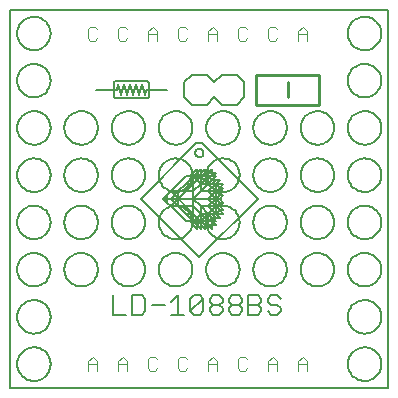
<source format=gto>
G75*
G70*
%OFA0B0*%
%FSLAX24Y24*%
%IPPOS*%
%LPD*%
%AMOC8*
5,1,8,0,0,1.08239X$1,22.5*
%
%ADD10C,0.0050*%
%ADD11C,0.0060*%
%ADD12C,0.0040*%
%ADD13C,0.0100*%
%ADD14C,0.0080*%
D10*
X000156Y000156D02*
X012755Y000156D01*
X012755Y012755D01*
X000156Y012755D01*
X000156Y000156D01*
X000387Y000944D02*
X000389Y000991D01*
X000395Y001037D01*
X000404Y001083D01*
X000418Y001127D01*
X000435Y001171D01*
X000456Y001212D01*
X000480Y001252D01*
X000507Y001290D01*
X000538Y001325D01*
X000571Y001358D01*
X000607Y001388D01*
X000646Y001414D01*
X000686Y001438D01*
X000728Y001457D01*
X000772Y001474D01*
X000817Y001486D01*
X000863Y001495D01*
X000909Y001500D01*
X000956Y001501D01*
X001002Y001498D01*
X001048Y001491D01*
X001094Y001480D01*
X001138Y001466D01*
X001181Y001448D01*
X001222Y001426D01*
X001262Y001401D01*
X001299Y001373D01*
X001334Y001342D01*
X001366Y001308D01*
X001395Y001271D01*
X001420Y001233D01*
X001443Y001192D01*
X001462Y001149D01*
X001477Y001105D01*
X001489Y001060D01*
X001497Y001014D01*
X001501Y000967D01*
X001501Y000921D01*
X001497Y000874D01*
X001489Y000828D01*
X001477Y000783D01*
X001462Y000739D01*
X001443Y000696D01*
X001420Y000655D01*
X001395Y000617D01*
X001366Y000580D01*
X001334Y000546D01*
X001299Y000515D01*
X001262Y000487D01*
X001223Y000462D01*
X001181Y000440D01*
X001138Y000422D01*
X001094Y000408D01*
X001048Y000397D01*
X001002Y000390D01*
X000956Y000387D01*
X000909Y000388D01*
X000863Y000393D01*
X000817Y000402D01*
X000772Y000414D01*
X000728Y000431D01*
X000686Y000450D01*
X000646Y000474D01*
X000607Y000500D01*
X000571Y000530D01*
X000538Y000563D01*
X000507Y000598D01*
X000480Y000636D01*
X000456Y000676D01*
X000435Y000717D01*
X000418Y000761D01*
X000404Y000805D01*
X000395Y000851D01*
X000389Y000897D01*
X000387Y000944D01*
X000387Y002519D02*
X000389Y002566D01*
X000395Y002612D01*
X000404Y002658D01*
X000418Y002702D01*
X000435Y002746D01*
X000456Y002787D01*
X000480Y002827D01*
X000507Y002865D01*
X000538Y002900D01*
X000571Y002933D01*
X000607Y002963D01*
X000646Y002989D01*
X000686Y003013D01*
X000728Y003032D01*
X000772Y003049D01*
X000817Y003061D01*
X000863Y003070D01*
X000909Y003075D01*
X000956Y003076D01*
X001002Y003073D01*
X001048Y003066D01*
X001094Y003055D01*
X001138Y003041D01*
X001181Y003023D01*
X001222Y003001D01*
X001262Y002976D01*
X001299Y002948D01*
X001334Y002917D01*
X001366Y002883D01*
X001395Y002846D01*
X001420Y002808D01*
X001443Y002767D01*
X001462Y002724D01*
X001477Y002680D01*
X001489Y002635D01*
X001497Y002589D01*
X001501Y002542D01*
X001501Y002496D01*
X001497Y002449D01*
X001489Y002403D01*
X001477Y002358D01*
X001462Y002314D01*
X001443Y002271D01*
X001420Y002230D01*
X001395Y002192D01*
X001366Y002155D01*
X001334Y002121D01*
X001299Y002090D01*
X001262Y002062D01*
X001223Y002037D01*
X001181Y002015D01*
X001138Y001997D01*
X001094Y001983D01*
X001048Y001972D01*
X001002Y001965D01*
X000956Y001962D01*
X000909Y001963D01*
X000863Y001968D01*
X000817Y001977D01*
X000772Y001989D01*
X000728Y002006D01*
X000686Y002025D01*
X000646Y002049D01*
X000607Y002075D01*
X000571Y002105D01*
X000538Y002138D01*
X000507Y002173D01*
X000480Y002211D01*
X000456Y002251D01*
X000435Y002292D01*
X000418Y002336D01*
X000404Y002380D01*
X000395Y002426D01*
X000389Y002472D01*
X000387Y002519D01*
X000387Y004093D02*
X000389Y004140D01*
X000395Y004186D01*
X000404Y004232D01*
X000418Y004276D01*
X000435Y004320D01*
X000456Y004361D01*
X000480Y004401D01*
X000507Y004439D01*
X000538Y004474D01*
X000571Y004507D01*
X000607Y004537D01*
X000646Y004563D01*
X000686Y004587D01*
X000728Y004606D01*
X000772Y004623D01*
X000817Y004635D01*
X000863Y004644D01*
X000909Y004649D01*
X000956Y004650D01*
X001002Y004647D01*
X001048Y004640D01*
X001094Y004629D01*
X001138Y004615D01*
X001181Y004597D01*
X001222Y004575D01*
X001262Y004550D01*
X001299Y004522D01*
X001334Y004491D01*
X001366Y004457D01*
X001395Y004420D01*
X001420Y004382D01*
X001443Y004341D01*
X001462Y004298D01*
X001477Y004254D01*
X001489Y004209D01*
X001497Y004163D01*
X001501Y004116D01*
X001501Y004070D01*
X001497Y004023D01*
X001489Y003977D01*
X001477Y003932D01*
X001462Y003888D01*
X001443Y003845D01*
X001420Y003804D01*
X001395Y003766D01*
X001366Y003729D01*
X001334Y003695D01*
X001299Y003664D01*
X001262Y003636D01*
X001223Y003611D01*
X001181Y003589D01*
X001138Y003571D01*
X001094Y003557D01*
X001048Y003546D01*
X001002Y003539D01*
X000956Y003536D01*
X000909Y003537D01*
X000863Y003542D01*
X000817Y003551D01*
X000772Y003563D01*
X000728Y003580D01*
X000686Y003599D01*
X000646Y003623D01*
X000607Y003649D01*
X000571Y003679D01*
X000538Y003712D01*
X000507Y003747D01*
X000480Y003785D01*
X000456Y003825D01*
X000435Y003866D01*
X000418Y003910D01*
X000404Y003954D01*
X000395Y004000D01*
X000389Y004046D01*
X000387Y004093D01*
X000387Y005668D02*
X000389Y005715D01*
X000395Y005761D01*
X000404Y005807D01*
X000418Y005851D01*
X000435Y005895D01*
X000456Y005936D01*
X000480Y005976D01*
X000507Y006014D01*
X000538Y006049D01*
X000571Y006082D01*
X000607Y006112D01*
X000646Y006138D01*
X000686Y006162D01*
X000728Y006181D01*
X000772Y006198D01*
X000817Y006210D01*
X000863Y006219D01*
X000909Y006224D01*
X000956Y006225D01*
X001002Y006222D01*
X001048Y006215D01*
X001094Y006204D01*
X001138Y006190D01*
X001181Y006172D01*
X001222Y006150D01*
X001262Y006125D01*
X001299Y006097D01*
X001334Y006066D01*
X001366Y006032D01*
X001395Y005995D01*
X001420Y005957D01*
X001443Y005916D01*
X001462Y005873D01*
X001477Y005829D01*
X001489Y005784D01*
X001497Y005738D01*
X001501Y005691D01*
X001501Y005645D01*
X001497Y005598D01*
X001489Y005552D01*
X001477Y005507D01*
X001462Y005463D01*
X001443Y005420D01*
X001420Y005379D01*
X001395Y005341D01*
X001366Y005304D01*
X001334Y005270D01*
X001299Y005239D01*
X001262Y005211D01*
X001223Y005186D01*
X001181Y005164D01*
X001138Y005146D01*
X001094Y005132D01*
X001048Y005121D01*
X001002Y005114D01*
X000956Y005111D01*
X000909Y005112D01*
X000863Y005117D01*
X000817Y005126D01*
X000772Y005138D01*
X000728Y005155D01*
X000686Y005174D01*
X000646Y005198D01*
X000607Y005224D01*
X000571Y005254D01*
X000538Y005287D01*
X000507Y005322D01*
X000480Y005360D01*
X000456Y005400D01*
X000435Y005441D01*
X000418Y005485D01*
X000404Y005529D01*
X000395Y005575D01*
X000389Y005621D01*
X000387Y005668D01*
X000387Y007243D02*
X000389Y007290D01*
X000395Y007336D01*
X000404Y007382D01*
X000418Y007426D01*
X000435Y007470D01*
X000456Y007511D01*
X000480Y007551D01*
X000507Y007589D01*
X000538Y007624D01*
X000571Y007657D01*
X000607Y007687D01*
X000646Y007713D01*
X000686Y007737D01*
X000728Y007756D01*
X000772Y007773D01*
X000817Y007785D01*
X000863Y007794D01*
X000909Y007799D01*
X000956Y007800D01*
X001002Y007797D01*
X001048Y007790D01*
X001094Y007779D01*
X001138Y007765D01*
X001181Y007747D01*
X001222Y007725D01*
X001262Y007700D01*
X001299Y007672D01*
X001334Y007641D01*
X001366Y007607D01*
X001395Y007570D01*
X001420Y007532D01*
X001443Y007491D01*
X001462Y007448D01*
X001477Y007404D01*
X001489Y007359D01*
X001497Y007313D01*
X001501Y007266D01*
X001501Y007220D01*
X001497Y007173D01*
X001489Y007127D01*
X001477Y007082D01*
X001462Y007038D01*
X001443Y006995D01*
X001420Y006954D01*
X001395Y006916D01*
X001366Y006879D01*
X001334Y006845D01*
X001299Y006814D01*
X001262Y006786D01*
X001223Y006761D01*
X001181Y006739D01*
X001138Y006721D01*
X001094Y006707D01*
X001048Y006696D01*
X001002Y006689D01*
X000956Y006686D01*
X000909Y006687D01*
X000863Y006692D01*
X000817Y006701D01*
X000772Y006713D01*
X000728Y006730D01*
X000686Y006749D01*
X000646Y006773D01*
X000607Y006799D01*
X000571Y006829D01*
X000538Y006862D01*
X000507Y006897D01*
X000480Y006935D01*
X000456Y006975D01*
X000435Y007016D01*
X000418Y007060D01*
X000404Y007104D01*
X000395Y007150D01*
X000389Y007196D01*
X000387Y007243D01*
X000387Y008818D02*
X000389Y008865D01*
X000395Y008911D01*
X000404Y008957D01*
X000418Y009001D01*
X000435Y009045D01*
X000456Y009086D01*
X000480Y009126D01*
X000507Y009164D01*
X000538Y009199D01*
X000571Y009232D01*
X000607Y009262D01*
X000646Y009288D01*
X000686Y009312D01*
X000728Y009331D01*
X000772Y009348D01*
X000817Y009360D01*
X000863Y009369D01*
X000909Y009374D01*
X000956Y009375D01*
X001002Y009372D01*
X001048Y009365D01*
X001094Y009354D01*
X001138Y009340D01*
X001181Y009322D01*
X001222Y009300D01*
X001262Y009275D01*
X001299Y009247D01*
X001334Y009216D01*
X001366Y009182D01*
X001395Y009145D01*
X001420Y009107D01*
X001443Y009066D01*
X001462Y009023D01*
X001477Y008979D01*
X001489Y008934D01*
X001497Y008888D01*
X001501Y008841D01*
X001501Y008795D01*
X001497Y008748D01*
X001489Y008702D01*
X001477Y008657D01*
X001462Y008613D01*
X001443Y008570D01*
X001420Y008529D01*
X001395Y008491D01*
X001366Y008454D01*
X001334Y008420D01*
X001299Y008389D01*
X001262Y008361D01*
X001223Y008336D01*
X001181Y008314D01*
X001138Y008296D01*
X001094Y008282D01*
X001048Y008271D01*
X001002Y008264D01*
X000956Y008261D01*
X000909Y008262D01*
X000863Y008267D01*
X000817Y008276D01*
X000772Y008288D01*
X000728Y008305D01*
X000686Y008324D01*
X000646Y008348D01*
X000607Y008374D01*
X000571Y008404D01*
X000538Y008437D01*
X000507Y008472D01*
X000480Y008510D01*
X000456Y008550D01*
X000435Y008591D01*
X000418Y008635D01*
X000404Y008679D01*
X000395Y008725D01*
X000389Y008771D01*
X000387Y008818D01*
X000387Y010393D02*
X000389Y010440D01*
X000395Y010486D01*
X000404Y010532D01*
X000418Y010576D01*
X000435Y010620D01*
X000456Y010661D01*
X000480Y010701D01*
X000507Y010739D01*
X000538Y010774D01*
X000571Y010807D01*
X000607Y010837D01*
X000646Y010863D01*
X000686Y010887D01*
X000728Y010906D01*
X000772Y010923D01*
X000817Y010935D01*
X000863Y010944D01*
X000909Y010949D01*
X000956Y010950D01*
X001002Y010947D01*
X001048Y010940D01*
X001094Y010929D01*
X001138Y010915D01*
X001181Y010897D01*
X001222Y010875D01*
X001262Y010850D01*
X001299Y010822D01*
X001334Y010791D01*
X001366Y010757D01*
X001395Y010720D01*
X001420Y010682D01*
X001443Y010641D01*
X001462Y010598D01*
X001477Y010554D01*
X001489Y010509D01*
X001497Y010463D01*
X001501Y010416D01*
X001501Y010370D01*
X001497Y010323D01*
X001489Y010277D01*
X001477Y010232D01*
X001462Y010188D01*
X001443Y010145D01*
X001420Y010104D01*
X001395Y010066D01*
X001366Y010029D01*
X001334Y009995D01*
X001299Y009964D01*
X001262Y009936D01*
X001223Y009911D01*
X001181Y009889D01*
X001138Y009871D01*
X001094Y009857D01*
X001048Y009846D01*
X001002Y009839D01*
X000956Y009836D01*
X000909Y009837D01*
X000863Y009842D01*
X000817Y009851D01*
X000772Y009863D01*
X000728Y009880D01*
X000686Y009899D01*
X000646Y009923D01*
X000607Y009949D01*
X000571Y009979D01*
X000538Y010012D01*
X000507Y010047D01*
X000480Y010085D01*
X000456Y010125D01*
X000435Y010166D01*
X000418Y010210D01*
X000404Y010254D01*
X000395Y010300D01*
X000389Y010346D01*
X000387Y010393D01*
X000387Y011967D02*
X000389Y012014D01*
X000395Y012060D01*
X000404Y012106D01*
X000418Y012150D01*
X000435Y012194D01*
X000456Y012235D01*
X000480Y012275D01*
X000507Y012313D01*
X000538Y012348D01*
X000571Y012381D01*
X000607Y012411D01*
X000646Y012437D01*
X000686Y012461D01*
X000728Y012480D01*
X000772Y012497D01*
X000817Y012509D01*
X000863Y012518D01*
X000909Y012523D01*
X000956Y012524D01*
X001002Y012521D01*
X001048Y012514D01*
X001094Y012503D01*
X001138Y012489D01*
X001181Y012471D01*
X001222Y012449D01*
X001262Y012424D01*
X001299Y012396D01*
X001334Y012365D01*
X001366Y012331D01*
X001395Y012294D01*
X001420Y012256D01*
X001443Y012215D01*
X001462Y012172D01*
X001477Y012128D01*
X001489Y012083D01*
X001497Y012037D01*
X001501Y011990D01*
X001501Y011944D01*
X001497Y011897D01*
X001489Y011851D01*
X001477Y011806D01*
X001462Y011762D01*
X001443Y011719D01*
X001420Y011678D01*
X001395Y011640D01*
X001366Y011603D01*
X001334Y011569D01*
X001299Y011538D01*
X001262Y011510D01*
X001223Y011485D01*
X001181Y011463D01*
X001138Y011445D01*
X001094Y011431D01*
X001048Y011420D01*
X001002Y011413D01*
X000956Y011410D01*
X000909Y011411D01*
X000863Y011416D01*
X000817Y011425D01*
X000772Y011437D01*
X000728Y011454D01*
X000686Y011473D01*
X000646Y011497D01*
X000607Y011523D01*
X000571Y011553D01*
X000538Y011586D01*
X000507Y011621D01*
X000480Y011659D01*
X000456Y011699D01*
X000435Y011740D01*
X000418Y011784D01*
X000404Y011828D01*
X000395Y011874D01*
X000389Y011920D01*
X000387Y011967D01*
X003003Y010097D02*
X003700Y010097D01*
X003749Y010294D01*
X003847Y009900D01*
X003946Y010294D01*
X004044Y009900D01*
X004143Y010294D01*
X004241Y009900D01*
X004339Y010294D01*
X004438Y009900D01*
X004536Y010294D01*
X004635Y009900D01*
X004684Y010097D01*
X005381Y010097D01*
X004782Y009902D02*
X004782Y010293D01*
X004780Y010310D01*
X004776Y010327D01*
X004769Y010343D01*
X004759Y010357D01*
X004746Y010370D01*
X004732Y010380D01*
X004716Y010387D01*
X004699Y010391D01*
X004682Y010393D01*
X003701Y010393D01*
X003684Y010391D01*
X003667Y010387D01*
X003651Y010380D01*
X003637Y010370D01*
X003624Y010357D01*
X003614Y010343D01*
X003607Y010327D01*
X003603Y010310D01*
X003601Y010293D01*
X003601Y009902D01*
X003603Y009885D01*
X003607Y009868D01*
X003614Y009852D01*
X003624Y009838D01*
X003637Y009825D01*
X003651Y009815D01*
X003667Y009808D01*
X003684Y009804D01*
X003701Y009802D01*
X004682Y009802D01*
X004699Y009804D01*
X004716Y009808D01*
X004732Y009815D01*
X004746Y009825D01*
X004759Y009838D01*
X004769Y009852D01*
X004776Y009868D01*
X004780Y009885D01*
X004782Y009902D01*
X003536Y008818D02*
X003538Y008865D01*
X003544Y008911D01*
X003553Y008957D01*
X003567Y009001D01*
X003584Y009045D01*
X003605Y009086D01*
X003629Y009126D01*
X003656Y009164D01*
X003687Y009199D01*
X003720Y009232D01*
X003756Y009262D01*
X003795Y009288D01*
X003835Y009312D01*
X003877Y009331D01*
X003921Y009348D01*
X003966Y009360D01*
X004012Y009369D01*
X004058Y009374D01*
X004105Y009375D01*
X004151Y009372D01*
X004197Y009365D01*
X004243Y009354D01*
X004287Y009340D01*
X004330Y009322D01*
X004371Y009300D01*
X004411Y009275D01*
X004448Y009247D01*
X004483Y009216D01*
X004515Y009182D01*
X004544Y009145D01*
X004569Y009107D01*
X004592Y009066D01*
X004611Y009023D01*
X004626Y008979D01*
X004638Y008934D01*
X004646Y008888D01*
X004650Y008841D01*
X004650Y008795D01*
X004646Y008748D01*
X004638Y008702D01*
X004626Y008657D01*
X004611Y008613D01*
X004592Y008570D01*
X004569Y008529D01*
X004544Y008491D01*
X004515Y008454D01*
X004483Y008420D01*
X004448Y008389D01*
X004411Y008361D01*
X004372Y008336D01*
X004330Y008314D01*
X004287Y008296D01*
X004243Y008282D01*
X004197Y008271D01*
X004151Y008264D01*
X004105Y008261D01*
X004058Y008262D01*
X004012Y008267D01*
X003966Y008276D01*
X003921Y008288D01*
X003877Y008305D01*
X003835Y008324D01*
X003795Y008348D01*
X003756Y008374D01*
X003720Y008404D01*
X003687Y008437D01*
X003656Y008472D01*
X003629Y008510D01*
X003605Y008550D01*
X003584Y008591D01*
X003567Y008635D01*
X003553Y008679D01*
X003544Y008725D01*
X003538Y008771D01*
X003536Y008818D01*
X001962Y008818D02*
X001964Y008865D01*
X001970Y008911D01*
X001979Y008957D01*
X001993Y009001D01*
X002010Y009045D01*
X002031Y009086D01*
X002055Y009126D01*
X002082Y009164D01*
X002113Y009199D01*
X002146Y009232D01*
X002182Y009262D01*
X002221Y009288D01*
X002261Y009312D01*
X002303Y009331D01*
X002347Y009348D01*
X002392Y009360D01*
X002438Y009369D01*
X002484Y009374D01*
X002531Y009375D01*
X002577Y009372D01*
X002623Y009365D01*
X002669Y009354D01*
X002713Y009340D01*
X002756Y009322D01*
X002797Y009300D01*
X002837Y009275D01*
X002874Y009247D01*
X002909Y009216D01*
X002941Y009182D01*
X002970Y009145D01*
X002995Y009107D01*
X003018Y009066D01*
X003037Y009023D01*
X003052Y008979D01*
X003064Y008934D01*
X003072Y008888D01*
X003076Y008841D01*
X003076Y008795D01*
X003072Y008748D01*
X003064Y008702D01*
X003052Y008657D01*
X003037Y008613D01*
X003018Y008570D01*
X002995Y008529D01*
X002970Y008491D01*
X002941Y008454D01*
X002909Y008420D01*
X002874Y008389D01*
X002837Y008361D01*
X002798Y008336D01*
X002756Y008314D01*
X002713Y008296D01*
X002669Y008282D01*
X002623Y008271D01*
X002577Y008264D01*
X002531Y008261D01*
X002484Y008262D01*
X002438Y008267D01*
X002392Y008276D01*
X002347Y008288D01*
X002303Y008305D01*
X002261Y008324D01*
X002221Y008348D01*
X002182Y008374D01*
X002146Y008404D01*
X002113Y008437D01*
X002082Y008472D01*
X002055Y008510D01*
X002031Y008550D01*
X002010Y008591D01*
X001993Y008635D01*
X001979Y008679D01*
X001970Y008725D01*
X001964Y008771D01*
X001962Y008818D01*
X001962Y007243D02*
X001964Y007290D01*
X001970Y007336D01*
X001979Y007382D01*
X001993Y007426D01*
X002010Y007470D01*
X002031Y007511D01*
X002055Y007551D01*
X002082Y007589D01*
X002113Y007624D01*
X002146Y007657D01*
X002182Y007687D01*
X002221Y007713D01*
X002261Y007737D01*
X002303Y007756D01*
X002347Y007773D01*
X002392Y007785D01*
X002438Y007794D01*
X002484Y007799D01*
X002531Y007800D01*
X002577Y007797D01*
X002623Y007790D01*
X002669Y007779D01*
X002713Y007765D01*
X002756Y007747D01*
X002797Y007725D01*
X002837Y007700D01*
X002874Y007672D01*
X002909Y007641D01*
X002941Y007607D01*
X002970Y007570D01*
X002995Y007532D01*
X003018Y007491D01*
X003037Y007448D01*
X003052Y007404D01*
X003064Y007359D01*
X003072Y007313D01*
X003076Y007266D01*
X003076Y007220D01*
X003072Y007173D01*
X003064Y007127D01*
X003052Y007082D01*
X003037Y007038D01*
X003018Y006995D01*
X002995Y006954D01*
X002970Y006916D01*
X002941Y006879D01*
X002909Y006845D01*
X002874Y006814D01*
X002837Y006786D01*
X002798Y006761D01*
X002756Y006739D01*
X002713Y006721D01*
X002669Y006707D01*
X002623Y006696D01*
X002577Y006689D01*
X002531Y006686D01*
X002484Y006687D01*
X002438Y006692D01*
X002392Y006701D01*
X002347Y006713D01*
X002303Y006730D01*
X002261Y006749D01*
X002221Y006773D01*
X002182Y006799D01*
X002146Y006829D01*
X002113Y006862D01*
X002082Y006897D01*
X002055Y006935D01*
X002031Y006975D01*
X002010Y007016D01*
X001993Y007060D01*
X001979Y007104D01*
X001970Y007150D01*
X001964Y007196D01*
X001962Y007243D01*
X001962Y005668D02*
X001964Y005715D01*
X001970Y005761D01*
X001979Y005807D01*
X001993Y005851D01*
X002010Y005895D01*
X002031Y005936D01*
X002055Y005976D01*
X002082Y006014D01*
X002113Y006049D01*
X002146Y006082D01*
X002182Y006112D01*
X002221Y006138D01*
X002261Y006162D01*
X002303Y006181D01*
X002347Y006198D01*
X002392Y006210D01*
X002438Y006219D01*
X002484Y006224D01*
X002531Y006225D01*
X002577Y006222D01*
X002623Y006215D01*
X002669Y006204D01*
X002713Y006190D01*
X002756Y006172D01*
X002797Y006150D01*
X002837Y006125D01*
X002874Y006097D01*
X002909Y006066D01*
X002941Y006032D01*
X002970Y005995D01*
X002995Y005957D01*
X003018Y005916D01*
X003037Y005873D01*
X003052Y005829D01*
X003064Y005784D01*
X003072Y005738D01*
X003076Y005691D01*
X003076Y005645D01*
X003072Y005598D01*
X003064Y005552D01*
X003052Y005507D01*
X003037Y005463D01*
X003018Y005420D01*
X002995Y005379D01*
X002970Y005341D01*
X002941Y005304D01*
X002909Y005270D01*
X002874Y005239D01*
X002837Y005211D01*
X002798Y005186D01*
X002756Y005164D01*
X002713Y005146D01*
X002669Y005132D01*
X002623Y005121D01*
X002577Y005114D01*
X002531Y005111D01*
X002484Y005112D01*
X002438Y005117D01*
X002392Y005126D01*
X002347Y005138D01*
X002303Y005155D01*
X002261Y005174D01*
X002221Y005198D01*
X002182Y005224D01*
X002146Y005254D01*
X002113Y005287D01*
X002082Y005322D01*
X002055Y005360D01*
X002031Y005400D01*
X002010Y005441D01*
X001993Y005485D01*
X001979Y005529D01*
X001970Y005575D01*
X001964Y005621D01*
X001962Y005668D01*
X001962Y004093D02*
X001964Y004140D01*
X001970Y004186D01*
X001979Y004232D01*
X001993Y004276D01*
X002010Y004320D01*
X002031Y004361D01*
X002055Y004401D01*
X002082Y004439D01*
X002113Y004474D01*
X002146Y004507D01*
X002182Y004537D01*
X002221Y004563D01*
X002261Y004587D01*
X002303Y004606D01*
X002347Y004623D01*
X002392Y004635D01*
X002438Y004644D01*
X002484Y004649D01*
X002531Y004650D01*
X002577Y004647D01*
X002623Y004640D01*
X002669Y004629D01*
X002713Y004615D01*
X002756Y004597D01*
X002797Y004575D01*
X002837Y004550D01*
X002874Y004522D01*
X002909Y004491D01*
X002941Y004457D01*
X002970Y004420D01*
X002995Y004382D01*
X003018Y004341D01*
X003037Y004298D01*
X003052Y004254D01*
X003064Y004209D01*
X003072Y004163D01*
X003076Y004116D01*
X003076Y004070D01*
X003072Y004023D01*
X003064Y003977D01*
X003052Y003932D01*
X003037Y003888D01*
X003018Y003845D01*
X002995Y003804D01*
X002970Y003766D01*
X002941Y003729D01*
X002909Y003695D01*
X002874Y003664D01*
X002837Y003636D01*
X002798Y003611D01*
X002756Y003589D01*
X002713Y003571D01*
X002669Y003557D01*
X002623Y003546D01*
X002577Y003539D01*
X002531Y003536D01*
X002484Y003537D01*
X002438Y003542D01*
X002392Y003551D01*
X002347Y003563D01*
X002303Y003580D01*
X002261Y003599D01*
X002221Y003623D01*
X002182Y003649D01*
X002146Y003679D01*
X002113Y003712D01*
X002082Y003747D01*
X002055Y003785D01*
X002031Y003825D01*
X002010Y003866D01*
X001993Y003910D01*
X001979Y003954D01*
X001970Y004000D01*
X001964Y004046D01*
X001962Y004093D01*
X003536Y004093D02*
X003538Y004140D01*
X003544Y004186D01*
X003553Y004232D01*
X003567Y004276D01*
X003584Y004320D01*
X003605Y004361D01*
X003629Y004401D01*
X003656Y004439D01*
X003687Y004474D01*
X003720Y004507D01*
X003756Y004537D01*
X003795Y004563D01*
X003835Y004587D01*
X003877Y004606D01*
X003921Y004623D01*
X003966Y004635D01*
X004012Y004644D01*
X004058Y004649D01*
X004105Y004650D01*
X004151Y004647D01*
X004197Y004640D01*
X004243Y004629D01*
X004287Y004615D01*
X004330Y004597D01*
X004371Y004575D01*
X004411Y004550D01*
X004448Y004522D01*
X004483Y004491D01*
X004515Y004457D01*
X004544Y004420D01*
X004569Y004382D01*
X004592Y004341D01*
X004611Y004298D01*
X004626Y004254D01*
X004638Y004209D01*
X004646Y004163D01*
X004650Y004116D01*
X004650Y004070D01*
X004646Y004023D01*
X004638Y003977D01*
X004626Y003932D01*
X004611Y003888D01*
X004592Y003845D01*
X004569Y003804D01*
X004544Y003766D01*
X004515Y003729D01*
X004483Y003695D01*
X004448Y003664D01*
X004411Y003636D01*
X004372Y003611D01*
X004330Y003589D01*
X004287Y003571D01*
X004243Y003557D01*
X004197Y003546D01*
X004151Y003539D01*
X004105Y003536D01*
X004058Y003537D01*
X004012Y003542D01*
X003966Y003551D01*
X003921Y003563D01*
X003877Y003580D01*
X003835Y003599D01*
X003795Y003623D01*
X003756Y003649D01*
X003720Y003679D01*
X003687Y003712D01*
X003656Y003747D01*
X003629Y003785D01*
X003605Y003825D01*
X003584Y003866D01*
X003567Y003910D01*
X003553Y003954D01*
X003544Y004000D01*
X003538Y004046D01*
X003536Y004093D01*
X003536Y005668D02*
X003538Y005715D01*
X003544Y005761D01*
X003553Y005807D01*
X003567Y005851D01*
X003584Y005895D01*
X003605Y005936D01*
X003629Y005976D01*
X003656Y006014D01*
X003687Y006049D01*
X003720Y006082D01*
X003756Y006112D01*
X003795Y006138D01*
X003835Y006162D01*
X003877Y006181D01*
X003921Y006198D01*
X003966Y006210D01*
X004012Y006219D01*
X004058Y006224D01*
X004105Y006225D01*
X004151Y006222D01*
X004197Y006215D01*
X004243Y006204D01*
X004287Y006190D01*
X004330Y006172D01*
X004371Y006150D01*
X004411Y006125D01*
X004448Y006097D01*
X004483Y006066D01*
X004515Y006032D01*
X004544Y005995D01*
X004569Y005957D01*
X004592Y005916D01*
X004611Y005873D01*
X004626Y005829D01*
X004638Y005784D01*
X004646Y005738D01*
X004650Y005691D01*
X004650Y005645D01*
X004646Y005598D01*
X004638Y005552D01*
X004626Y005507D01*
X004611Y005463D01*
X004592Y005420D01*
X004569Y005379D01*
X004544Y005341D01*
X004515Y005304D01*
X004483Y005270D01*
X004448Y005239D01*
X004411Y005211D01*
X004372Y005186D01*
X004330Y005164D01*
X004287Y005146D01*
X004243Y005132D01*
X004197Y005121D01*
X004151Y005114D01*
X004105Y005111D01*
X004058Y005112D01*
X004012Y005117D01*
X003966Y005126D01*
X003921Y005138D01*
X003877Y005155D01*
X003835Y005174D01*
X003795Y005198D01*
X003756Y005224D01*
X003720Y005254D01*
X003687Y005287D01*
X003656Y005322D01*
X003629Y005360D01*
X003605Y005400D01*
X003584Y005441D01*
X003567Y005485D01*
X003553Y005529D01*
X003544Y005575D01*
X003538Y005621D01*
X003536Y005668D01*
X003536Y007243D02*
X003538Y007290D01*
X003544Y007336D01*
X003553Y007382D01*
X003567Y007426D01*
X003584Y007470D01*
X003605Y007511D01*
X003629Y007551D01*
X003656Y007589D01*
X003687Y007624D01*
X003720Y007657D01*
X003756Y007687D01*
X003795Y007713D01*
X003835Y007737D01*
X003877Y007756D01*
X003921Y007773D01*
X003966Y007785D01*
X004012Y007794D01*
X004058Y007799D01*
X004105Y007800D01*
X004151Y007797D01*
X004197Y007790D01*
X004243Y007779D01*
X004287Y007765D01*
X004330Y007747D01*
X004371Y007725D01*
X004411Y007700D01*
X004448Y007672D01*
X004483Y007641D01*
X004515Y007607D01*
X004544Y007570D01*
X004569Y007532D01*
X004592Y007491D01*
X004611Y007448D01*
X004626Y007404D01*
X004638Y007359D01*
X004646Y007313D01*
X004650Y007266D01*
X004650Y007220D01*
X004646Y007173D01*
X004638Y007127D01*
X004626Y007082D01*
X004611Y007038D01*
X004592Y006995D01*
X004569Y006954D01*
X004544Y006916D01*
X004515Y006879D01*
X004483Y006845D01*
X004448Y006814D01*
X004411Y006786D01*
X004372Y006761D01*
X004330Y006739D01*
X004287Y006721D01*
X004243Y006707D01*
X004197Y006696D01*
X004151Y006689D01*
X004105Y006686D01*
X004058Y006687D01*
X004012Y006692D01*
X003966Y006701D01*
X003921Y006713D01*
X003877Y006730D01*
X003835Y006749D01*
X003795Y006773D01*
X003756Y006799D01*
X003720Y006829D01*
X003687Y006862D01*
X003656Y006897D01*
X003629Y006935D01*
X003605Y006975D01*
X003584Y007016D01*
X003567Y007060D01*
X003553Y007104D01*
X003544Y007150D01*
X003538Y007196D01*
X003536Y007243D01*
X005259Y006456D02*
X005384Y006331D01*
X005384Y006581D01*
X005509Y006706D01*
X005759Y006706D01*
X006259Y006706D01*
X006259Y006956D01*
X006009Y006956D01*
X006259Y007206D01*
X006509Y007206D01*
X006759Y007206D01*
X006884Y007081D01*
X007009Y007081D01*
X007134Y007081D01*
X007009Y006956D01*
X007134Y006831D01*
X007259Y006831D01*
X007134Y006706D01*
X007259Y006706D01*
X007134Y006581D01*
X007009Y006706D01*
X007009Y006206D01*
X006759Y005956D01*
X006384Y005581D01*
X006384Y005831D01*
X006259Y005956D01*
X006009Y005956D01*
X006259Y005706D01*
X006509Y005706D01*
X006759Y005706D01*
X006634Y005581D01*
X006634Y005456D01*
X006509Y005581D01*
X006509Y005456D01*
X006384Y005581D01*
X006384Y005456D01*
X006134Y005706D01*
X006009Y005706D01*
X005509Y006206D01*
X006259Y006206D01*
X006259Y005956D01*
X005509Y006706D01*
X006009Y007206D01*
X006134Y007206D01*
X006384Y007456D01*
X006384Y007331D01*
X006759Y006956D01*
X007009Y006706D01*
X007009Y006956D01*
X006759Y006706D01*
X007009Y006456D01*
X006759Y006206D01*
X007009Y005956D01*
X007134Y005831D01*
X007009Y005831D01*
X006884Y005831D01*
X006759Y005706D01*
X006759Y005956D01*
X006509Y005956D01*
X006259Y006206D01*
X006259Y006456D01*
X006259Y006706D01*
X006509Y006956D01*
X006759Y006956D01*
X006759Y007206D01*
X006634Y007331D01*
X006634Y007456D01*
X006509Y007331D01*
X006509Y007456D01*
X006384Y007331D01*
X006384Y007081D01*
X006259Y006956D01*
X005509Y006206D01*
X005384Y006331D01*
X005259Y006456D02*
X005509Y006456D01*
X005759Y006706D01*
X005759Y006206D01*
X006009Y005956D01*
X006259Y005956D02*
X006259Y005706D01*
X006134Y005706D01*
X006259Y005706D02*
X006384Y005831D01*
X006509Y005706D01*
X006634Y005581D01*
X006759Y005456D01*
X006759Y005581D01*
X006884Y005456D01*
X006884Y005581D01*
X007009Y005581D01*
X006884Y005706D01*
X006884Y005581D01*
X006759Y005581D01*
X006759Y005706D01*
X006884Y005706D01*
X007009Y005706D01*
X006884Y005831D01*
X006759Y005956D01*
X006884Y005956D01*
X007009Y005831D01*
X007009Y005956D02*
X006884Y005956D01*
X007009Y005956D02*
X007134Y006081D01*
X007259Y006081D01*
X007134Y006206D01*
X007009Y006206D01*
X007009Y005956D01*
X007259Y005956D01*
X007134Y006081D01*
X007009Y006206D01*
X007134Y006331D01*
X007259Y006331D01*
X007134Y006456D01*
X007009Y006456D01*
X006759Y006456D01*
X007009Y006706D01*
X007134Y006706D01*
X007134Y006831D02*
X007259Y006956D01*
X007009Y006956D01*
X006884Y006956D01*
X007009Y007081D01*
X007009Y007206D02*
X006884Y007206D01*
X007009Y007331D01*
X006884Y007331D01*
X006884Y007456D01*
X006759Y007331D01*
X006884Y007331D01*
X006884Y007206D01*
X006759Y007206D01*
X006759Y007331D01*
X006759Y007456D01*
X006634Y007331D01*
X006509Y007206D01*
X006384Y007081D01*
X006259Y007206D01*
X006259Y006956D01*
X006384Y007081D02*
X006509Y006956D01*
X006759Y007206D01*
X006884Y007081D02*
X007009Y007206D01*
X006884Y007081D02*
X006759Y006956D01*
X006884Y006956D01*
X006759Y006956D02*
X006509Y006706D01*
X006509Y006956D01*
X006509Y007206D01*
X006509Y007331D01*
X006384Y007331D02*
X006259Y007206D01*
X006134Y007206D01*
X006009Y006956D02*
X005759Y006706D01*
X005509Y006456D02*
X005759Y006206D01*
X005509Y006456D02*
X006259Y006456D01*
X006509Y006706D01*
X006759Y006706D01*
X007009Y006706D01*
X007134Y006831D01*
X007134Y006581D02*
X007009Y006456D01*
X007134Y006331D01*
X007259Y006206D01*
X007134Y006206D01*
X007009Y006206D02*
X006759Y006206D01*
X006509Y006206D01*
X006509Y005956D01*
X006384Y005831D01*
X006509Y005956D02*
X006509Y005706D01*
X006509Y005581D01*
X006384Y005581D02*
X006259Y005706D01*
X006509Y005956D02*
X006759Y005706D01*
X006759Y005956D02*
X006509Y006206D01*
X006259Y006456D01*
X006759Y006456D01*
X007009Y006206D01*
X007134Y006456D02*
X007259Y006581D01*
X007134Y006581D01*
X006686Y007243D02*
X006688Y007290D01*
X006694Y007336D01*
X006703Y007382D01*
X006717Y007426D01*
X006734Y007470D01*
X006755Y007511D01*
X006779Y007551D01*
X006806Y007589D01*
X006837Y007624D01*
X006870Y007657D01*
X006906Y007687D01*
X006945Y007713D01*
X006985Y007737D01*
X007027Y007756D01*
X007071Y007773D01*
X007116Y007785D01*
X007162Y007794D01*
X007208Y007799D01*
X007255Y007800D01*
X007301Y007797D01*
X007347Y007790D01*
X007393Y007779D01*
X007437Y007765D01*
X007480Y007747D01*
X007521Y007725D01*
X007561Y007700D01*
X007598Y007672D01*
X007633Y007641D01*
X007665Y007607D01*
X007694Y007570D01*
X007719Y007532D01*
X007742Y007491D01*
X007761Y007448D01*
X007776Y007404D01*
X007788Y007359D01*
X007796Y007313D01*
X007800Y007266D01*
X007800Y007220D01*
X007796Y007173D01*
X007788Y007127D01*
X007776Y007082D01*
X007761Y007038D01*
X007742Y006995D01*
X007719Y006954D01*
X007694Y006916D01*
X007665Y006879D01*
X007633Y006845D01*
X007598Y006814D01*
X007561Y006786D01*
X007522Y006761D01*
X007480Y006739D01*
X007437Y006721D01*
X007393Y006707D01*
X007347Y006696D01*
X007301Y006689D01*
X007255Y006686D01*
X007208Y006687D01*
X007162Y006692D01*
X007116Y006701D01*
X007071Y006713D01*
X007027Y006730D01*
X006985Y006749D01*
X006945Y006773D01*
X006906Y006799D01*
X006870Y006829D01*
X006837Y006862D01*
X006806Y006897D01*
X006779Y006935D01*
X006755Y006975D01*
X006734Y007016D01*
X006717Y007060D01*
X006703Y007104D01*
X006694Y007150D01*
X006688Y007196D01*
X006686Y007243D01*
X005111Y007243D02*
X005113Y007290D01*
X005119Y007336D01*
X005128Y007382D01*
X005142Y007426D01*
X005159Y007470D01*
X005180Y007511D01*
X005204Y007551D01*
X005231Y007589D01*
X005262Y007624D01*
X005295Y007657D01*
X005331Y007687D01*
X005370Y007713D01*
X005410Y007737D01*
X005452Y007756D01*
X005496Y007773D01*
X005541Y007785D01*
X005587Y007794D01*
X005633Y007799D01*
X005680Y007800D01*
X005726Y007797D01*
X005772Y007790D01*
X005818Y007779D01*
X005862Y007765D01*
X005905Y007747D01*
X005946Y007725D01*
X005986Y007700D01*
X006023Y007672D01*
X006058Y007641D01*
X006090Y007607D01*
X006119Y007570D01*
X006144Y007532D01*
X006167Y007491D01*
X006186Y007448D01*
X006201Y007404D01*
X006213Y007359D01*
X006221Y007313D01*
X006225Y007266D01*
X006225Y007220D01*
X006221Y007173D01*
X006213Y007127D01*
X006201Y007082D01*
X006186Y007038D01*
X006167Y006995D01*
X006144Y006954D01*
X006119Y006916D01*
X006090Y006879D01*
X006058Y006845D01*
X006023Y006814D01*
X005986Y006786D01*
X005947Y006761D01*
X005905Y006739D01*
X005862Y006721D01*
X005818Y006707D01*
X005772Y006696D01*
X005726Y006689D01*
X005680Y006686D01*
X005633Y006687D01*
X005587Y006692D01*
X005541Y006701D01*
X005496Y006713D01*
X005452Y006730D01*
X005410Y006749D01*
X005370Y006773D01*
X005331Y006799D01*
X005295Y006829D01*
X005262Y006862D01*
X005231Y006897D01*
X005204Y006935D01*
X005180Y006975D01*
X005159Y007016D01*
X005142Y007060D01*
X005128Y007104D01*
X005119Y007150D01*
X005113Y007196D01*
X005111Y007243D01*
X005384Y006581D02*
X005259Y006456D01*
X005111Y005668D02*
X005113Y005715D01*
X005119Y005761D01*
X005128Y005807D01*
X005142Y005851D01*
X005159Y005895D01*
X005180Y005936D01*
X005204Y005976D01*
X005231Y006014D01*
X005262Y006049D01*
X005295Y006082D01*
X005331Y006112D01*
X005370Y006138D01*
X005410Y006162D01*
X005452Y006181D01*
X005496Y006198D01*
X005541Y006210D01*
X005587Y006219D01*
X005633Y006224D01*
X005680Y006225D01*
X005726Y006222D01*
X005772Y006215D01*
X005818Y006204D01*
X005862Y006190D01*
X005905Y006172D01*
X005946Y006150D01*
X005986Y006125D01*
X006023Y006097D01*
X006058Y006066D01*
X006090Y006032D01*
X006119Y005995D01*
X006144Y005957D01*
X006167Y005916D01*
X006186Y005873D01*
X006201Y005829D01*
X006213Y005784D01*
X006221Y005738D01*
X006225Y005691D01*
X006225Y005645D01*
X006221Y005598D01*
X006213Y005552D01*
X006201Y005507D01*
X006186Y005463D01*
X006167Y005420D01*
X006144Y005379D01*
X006119Y005341D01*
X006090Y005304D01*
X006058Y005270D01*
X006023Y005239D01*
X005986Y005211D01*
X005947Y005186D01*
X005905Y005164D01*
X005862Y005146D01*
X005818Y005132D01*
X005772Y005121D01*
X005726Y005114D01*
X005680Y005111D01*
X005633Y005112D01*
X005587Y005117D01*
X005541Y005126D01*
X005496Y005138D01*
X005452Y005155D01*
X005410Y005174D01*
X005370Y005198D01*
X005331Y005224D01*
X005295Y005254D01*
X005262Y005287D01*
X005231Y005322D01*
X005204Y005360D01*
X005180Y005400D01*
X005159Y005441D01*
X005142Y005485D01*
X005128Y005529D01*
X005119Y005575D01*
X005113Y005621D01*
X005111Y005668D01*
X005111Y004093D02*
X005113Y004140D01*
X005119Y004186D01*
X005128Y004232D01*
X005142Y004276D01*
X005159Y004320D01*
X005180Y004361D01*
X005204Y004401D01*
X005231Y004439D01*
X005262Y004474D01*
X005295Y004507D01*
X005331Y004537D01*
X005370Y004563D01*
X005410Y004587D01*
X005452Y004606D01*
X005496Y004623D01*
X005541Y004635D01*
X005587Y004644D01*
X005633Y004649D01*
X005680Y004650D01*
X005726Y004647D01*
X005772Y004640D01*
X005818Y004629D01*
X005862Y004615D01*
X005905Y004597D01*
X005946Y004575D01*
X005986Y004550D01*
X006023Y004522D01*
X006058Y004491D01*
X006090Y004457D01*
X006119Y004420D01*
X006144Y004382D01*
X006167Y004341D01*
X006186Y004298D01*
X006201Y004254D01*
X006213Y004209D01*
X006221Y004163D01*
X006225Y004116D01*
X006225Y004070D01*
X006221Y004023D01*
X006213Y003977D01*
X006201Y003932D01*
X006186Y003888D01*
X006167Y003845D01*
X006144Y003804D01*
X006119Y003766D01*
X006090Y003729D01*
X006058Y003695D01*
X006023Y003664D01*
X005986Y003636D01*
X005947Y003611D01*
X005905Y003589D01*
X005862Y003571D01*
X005818Y003557D01*
X005772Y003546D01*
X005726Y003539D01*
X005680Y003536D01*
X005633Y003537D01*
X005587Y003542D01*
X005541Y003551D01*
X005496Y003563D01*
X005452Y003580D01*
X005410Y003599D01*
X005370Y003623D01*
X005331Y003649D01*
X005295Y003679D01*
X005262Y003712D01*
X005231Y003747D01*
X005204Y003785D01*
X005180Y003825D01*
X005159Y003866D01*
X005142Y003910D01*
X005128Y003954D01*
X005119Y004000D01*
X005113Y004046D01*
X005111Y004093D01*
X006686Y004093D02*
X006688Y004140D01*
X006694Y004186D01*
X006703Y004232D01*
X006717Y004276D01*
X006734Y004320D01*
X006755Y004361D01*
X006779Y004401D01*
X006806Y004439D01*
X006837Y004474D01*
X006870Y004507D01*
X006906Y004537D01*
X006945Y004563D01*
X006985Y004587D01*
X007027Y004606D01*
X007071Y004623D01*
X007116Y004635D01*
X007162Y004644D01*
X007208Y004649D01*
X007255Y004650D01*
X007301Y004647D01*
X007347Y004640D01*
X007393Y004629D01*
X007437Y004615D01*
X007480Y004597D01*
X007521Y004575D01*
X007561Y004550D01*
X007598Y004522D01*
X007633Y004491D01*
X007665Y004457D01*
X007694Y004420D01*
X007719Y004382D01*
X007742Y004341D01*
X007761Y004298D01*
X007776Y004254D01*
X007788Y004209D01*
X007796Y004163D01*
X007800Y004116D01*
X007800Y004070D01*
X007796Y004023D01*
X007788Y003977D01*
X007776Y003932D01*
X007761Y003888D01*
X007742Y003845D01*
X007719Y003804D01*
X007694Y003766D01*
X007665Y003729D01*
X007633Y003695D01*
X007598Y003664D01*
X007561Y003636D01*
X007522Y003611D01*
X007480Y003589D01*
X007437Y003571D01*
X007393Y003557D01*
X007347Y003546D01*
X007301Y003539D01*
X007255Y003536D01*
X007208Y003537D01*
X007162Y003542D01*
X007116Y003551D01*
X007071Y003563D01*
X007027Y003580D01*
X006985Y003599D01*
X006945Y003623D01*
X006906Y003649D01*
X006870Y003679D01*
X006837Y003712D01*
X006806Y003747D01*
X006779Y003785D01*
X006755Y003825D01*
X006734Y003866D01*
X006717Y003910D01*
X006703Y003954D01*
X006694Y004000D01*
X006688Y004046D01*
X006686Y004093D01*
X006686Y005668D02*
X006688Y005715D01*
X006694Y005761D01*
X006703Y005807D01*
X006717Y005851D01*
X006734Y005895D01*
X006755Y005936D01*
X006779Y005976D01*
X006806Y006014D01*
X006837Y006049D01*
X006870Y006082D01*
X006906Y006112D01*
X006945Y006138D01*
X006985Y006162D01*
X007027Y006181D01*
X007071Y006198D01*
X007116Y006210D01*
X007162Y006219D01*
X007208Y006224D01*
X007255Y006225D01*
X007301Y006222D01*
X007347Y006215D01*
X007393Y006204D01*
X007437Y006190D01*
X007480Y006172D01*
X007521Y006150D01*
X007561Y006125D01*
X007598Y006097D01*
X007633Y006066D01*
X007665Y006032D01*
X007694Y005995D01*
X007719Y005957D01*
X007742Y005916D01*
X007761Y005873D01*
X007776Y005829D01*
X007788Y005784D01*
X007796Y005738D01*
X007800Y005691D01*
X007800Y005645D01*
X007796Y005598D01*
X007788Y005552D01*
X007776Y005507D01*
X007761Y005463D01*
X007742Y005420D01*
X007719Y005379D01*
X007694Y005341D01*
X007665Y005304D01*
X007633Y005270D01*
X007598Y005239D01*
X007561Y005211D01*
X007522Y005186D01*
X007480Y005164D01*
X007437Y005146D01*
X007393Y005132D01*
X007347Y005121D01*
X007301Y005114D01*
X007255Y005111D01*
X007208Y005112D01*
X007162Y005117D01*
X007116Y005126D01*
X007071Y005138D01*
X007027Y005155D01*
X006985Y005174D01*
X006945Y005198D01*
X006906Y005224D01*
X006870Y005254D01*
X006837Y005287D01*
X006806Y005322D01*
X006779Y005360D01*
X006755Y005400D01*
X006734Y005441D01*
X006717Y005485D01*
X006703Y005529D01*
X006694Y005575D01*
X006688Y005621D01*
X006686Y005668D01*
X008261Y005668D02*
X008263Y005715D01*
X008269Y005761D01*
X008278Y005807D01*
X008292Y005851D01*
X008309Y005895D01*
X008330Y005936D01*
X008354Y005976D01*
X008381Y006014D01*
X008412Y006049D01*
X008445Y006082D01*
X008481Y006112D01*
X008520Y006138D01*
X008560Y006162D01*
X008602Y006181D01*
X008646Y006198D01*
X008691Y006210D01*
X008737Y006219D01*
X008783Y006224D01*
X008830Y006225D01*
X008876Y006222D01*
X008922Y006215D01*
X008968Y006204D01*
X009012Y006190D01*
X009055Y006172D01*
X009096Y006150D01*
X009136Y006125D01*
X009173Y006097D01*
X009208Y006066D01*
X009240Y006032D01*
X009269Y005995D01*
X009294Y005957D01*
X009317Y005916D01*
X009336Y005873D01*
X009351Y005829D01*
X009363Y005784D01*
X009371Y005738D01*
X009375Y005691D01*
X009375Y005645D01*
X009371Y005598D01*
X009363Y005552D01*
X009351Y005507D01*
X009336Y005463D01*
X009317Y005420D01*
X009294Y005379D01*
X009269Y005341D01*
X009240Y005304D01*
X009208Y005270D01*
X009173Y005239D01*
X009136Y005211D01*
X009097Y005186D01*
X009055Y005164D01*
X009012Y005146D01*
X008968Y005132D01*
X008922Y005121D01*
X008876Y005114D01*
X008830Y005111D01*
X008783Y005112D01*
X008737Y005117D01*
X008691Y005126D01*
X008646Y005138D01*
X008602Y005155D01*
X008560Y005174D01*
X008520Y005198D01*
X008481Y005224D01*
X008445Y005254D01*
X008412Y005287D01*
X008381Y005322D01*
X008354Y005360D01*
X008330Y005400D01*
X008309Y005441D01*
X008292Y005485D01*
X008278Y005529D01*
X008269Y005575D01*
X008263Y005621D01*
X008261Y005668D01*
X008261Y004093D02*
X008263Y004140D01*
X008269Y004186D01*
X008278Y004232D01*
X008292Y004276D01*
X008309Y004320D01*
X008330Y004361D01*
X008354Y004401D01*
X008381Y004439D01*
X008412Y004474D01*
X008445Y004507D01*
X008481Y004537D01*
X008520Y004563D01*
X008560Y004587D01*
X008602Y004606D01*
X008646Y004623D01*
X008691Y004635D01*
X008737Y004644D01*
X008783Y004649D01*
X008830Y004650D01*
X008876Y004647D01*
X008922Y004640D01*
X008968Y004629D01*
X009012Y004615D01*
X009055Y004597D01*
X009096Y004575D01*
X009136Y004550D01*
X009173Y004522D01*
X009208Y004491D01*
X009240Y004457D01*
X009269Y004420D01*
X009294Y004382D01*
X009317Y004341D01*
X009336Y004298D01*
X009351Y004254D01*
X009363Y004209D01*
X009371Y004163D01*
X009375Y004116D01*
X009375Y004070D01*
X009371Y004023D01*
X009363Y003977D01*
X009351Y003932D01*
X009336Y003888D01*
X009317Y003845D01*
X009294Y003804D01*
X009269Y003766D01*
X009240Y003729D01*
X009208Y003695D01*
X009173Y003664D01*
X009136Y003636D01*
X009097Y003611D01*
X009055Y003589D01*
X009012Y003571D01*
X008968Y003557D01*
X008922Y003546D01*
X008876Y003539D01*
X008830Y003536D01*
X008783Y003537D01*
X008737Y003542D01*
X008691Y003551D01*
X008646Y003563D01*
X008602Y003580D01*
X008560Y003599D01*
X008520Y003623D01*
X008481Y003649D01*
X008445Y003679D01*
X008412Y003712D01*
X008381Y003747D01*
X008354Y003785D01*
X008330Y003825D01*
X008309Y003866D01*
X008292Y003910D01*
X008278Y003954D01*
X008269Y004000D01*
X008263Y004046D01*
X008261Y004093D01*
X009836Y004093D02*
X009838Y004140D01*
X009844Y004186D01*
X009853Y004232D01*
X009867Y004276D01*
X009884Y004320D01*
X009905Y004361D01*
X009929Y004401D01*
X009956Y004439D01*
X009987Y004474D01*
X010020Y004507D01*
X010056Y004537D01*
X010095Y004563D01*
X010135Y004587D01*
X010177Y004606D01*
X010221Y004623D01*
X010266Y004635D01*
X010312Y004644D01*
X010358Y004649D01*
X010405Y004650D01*
X010451Y004647D01*
X010497Y004640D01*
X010543Y004629D01*
X010587Y004615D01*
X010630Y004597D01*
X010671Y004575D01*
X010711Y004550D01*
X010748Y004522D01*
X010783Y004491D01*
X010815Y004457D01*
X010844Y004420D01*
X010869Y004382D01*
X010892Y004341D01*
X010911Y004298D01*
X010926Y004254D01*
X010938Y004209D01*
X010946Y004163D01*
X010950Y004116D01*
X010950Y004070D01*
X010946Y004023D01*
X010938Y003977D01*
X010926Y003932D01*
X010911Y003888D01*
X010892Y003845D01*
X010869Y003804D01*
X010844Y003766D01*
X010815Y003729D01*
X010783Y003695D01*
X010748Y003664D01*
X010711Y003636D01*
X010672Y003611D01*
X010630Y003589D01*
X010587Y003571D01*
X010543Y003557D01*
X010497Y003546D01*
X010451Y003539D01*
X010405Y003536D01*
X010358Y003537D01*
X010312Y003542D01*
X010266Y003551D01*
X010221Y003563D01*
X010177Y003580D01*
X010135Y003599D01*
X010095Y003623D01*
X010056Y003649D01*
X010020Y003679D01*
X009987Y003712D01*
X009956Y003747D01*
X009929Y003785D01*
X009905Y003825D01*
X009884Y003866D01*
X009867Y003910D01*
X009853Y003954D01*
X009844Y004000D01*
X009838Y004046D01*
X009836Y004093D01*
X009836Y005668D02*
X009838Y005715D01*
X009844Y005761D01*
X009853Y005807D01*
X009867Y005851D01*
X009884Y005895D01*
X009905Y005936D01*
X009929Y005976D01*
X009956Y006014D01*
X009987Y006049D01*
X010020Y006082D01*
X010056Y006112D01*
X010095Y006138D01*
X010135Y006162D01*
X010177Y006181D01*
X010221Y006198D01*
X010266Y006210D01*
X010312Y006219D01*
X010358Y006224D01*
X010405Y006225D01*
X010451Y006222D01*
X010497Y006215D01*
X010543Y006204D01*
X010587Y006190D01*
X010630Y006172D01*
X010671Y006150D01*
X010711Y006125D01*
X010748Y006097D01*
X010783Y006066D01*
X010815Y006032D01*
X010844Y005995D01*
X010869Y005957D01*
X010892Y005916D01*
X010911Y005873D01*
X010926Y005829D01*
X010938Y005784D01*
X010946Y005738D01*
X010950Y005691D01*
X010950Y005645D01*
X010946Y005598D01*
X010938Y005552D01*
X010926Y005507D01*
X010911Y005463D01*
X010892Y005420D01*
X010869Y005379D01*
X010844Y005341D01*
X010815Y005304D01*
X010783Y005270D01*
X010748Y005239D01*
X010711Y005211D01*
X010672Y005186D01*
X010630Y005164D01*
X010587Y005146D01*
X010543Y005132D01*
X010497Y005121D01*
X010451Y005114D01*
X010405Y005111D01*
X010358Y005112D01*
X010312Y005117D01*
X010266Y005126D01*
X010221Y005138D01*
X010177Y005155D01*
X010135Y005174D01*
X010095Y005198D01*
X010056Y005224D01*
X010020Y005254D01*
X009987Y005287D01*
X009956Y005322D01*
X009929Y005360D01*
X009905Y005400D01*
X009884Y005441D01*
X009867Y005485D01*
X009853Y005529D01*
X009844Y005575D01*
X009838Y005621D01*
X009836Y005668D01*
X009836Y007243D02*
X009838Y007290D01*
X009844Y007336D01*
X009853Y007382D01*
X009867Y007426D01*
X009884Y007470D01*
X009905Y007511D01*
X009929Y007551D01*
X009956Y007589D01*
X009987Y007624D01*
X010020Y007657D01*
X010056Y007687D01*
X010095Y007713D01*
X010135Y007737D01*
X010177Y007756D01*
X010221Y007773D01*
X010266Y007785D01*
X010312Y007794D01*
X010358Y007799D01*
X010405Y007800D01*
X010451Y007797D01*
X010497Y007790D01*
X010543Y007779D01*
X010587Y007765D01*
X010630Y007747D01*
X010671Y007725D01*
X010711Y007700D01*
X010748Y007672D01*
X010783Y007641D01*
X010815Y007607D01*
X010844Y007570D01*
X010869Y007532D01*
X010892Y007491D01*
X010911Y007448D01*
X010926Y007404D01*
X010938Y007359D01*
X010946Y007313D01*
X010950Y007266D01*
X010950Y007220D01*
X010946Y007173D01*
X010938Y007127D01*
X010926Y007082D01*
X010911Y007038D01*
X010892Y006995D01*
X010869Y006954D01*
X010844Y006916D01*
X010815Y006879D01*
X010783Y006845D01*
X010748Y006814D01*
X010711Y006786D01*
X010672Y006761D01*
X010630Y006739D01*
X010587Y006721D01*
X010543Y006707D01*
X010497Y006696D01*
X010451Y006689D01*
X010405Y006686D01*
X010358Y006687D01*
X010312Y006692D01*
X010266Y006701D01*
X010221Y006713D01*
X010177Y006730D01*
X010135Y006749D01*
X010095Y006773D01*
X010056Y006799D01*
X010020Y006829D01*
X009987Y006862D01*
X009956Y006897D01*
X009929Y006935D01*
X009905Y006975D01*
X009884Y007016D01*
X009867Y007060D01*
X009853Y007104D01*
X009844Y007150D01*
X009838Y007196D01*
X009836Y007243D01*
X008261Y007243D02*
X008263Y007290D01*
X008269Y007336D01*
X008278Y007382D01*
X008292Y007426D01*
X008309Y007470D01*
X008330Y007511D01*
X008354Y007551D01*
X008381Y007589D01*
X008412Y007624D01*
X008445Y007657D01*
X008481Y007687D01*
X008520Y007713D01*
X008560Y007737D01*
X008602Y007756D01*
X008646Y007773D01*
X008691Y007785D01*
X008737Y007794D01*
X008783Y007799D01*
X008830Y007800D01*
X008876Y007797D01*
X008922Y007790D01*
X008968Y007779D01*
X009012Y007765D01*
X009055Y007747D01*
X009096Y007725D01*
X009136Y007700D01*
X009173Y007672D01*
X009208Y007641D01*
X009240Y007607D01*
X009269Y007570D01*
X009294Y007532D01*
X009317Y007491D01*
X009336Y007448D01*
X009351Y007404D01*
X009363Y007359D01*
X009371Y007313D01*
X009375Y007266D01*
X009375Y007220D01*
X009371Y007173D01*
X009363Y007127D01*
X009351Y007082D01*
X009336Y007038D01*
X009317Y006995D01*
X009294Y006954D01*
X009269Y006916D01*
X009240Y006879D01*
X009208Y006845D01*
X009173Y006814D01*
X009136Y006786D01*
X009097Y006761D01*
X009055Y006739D01*
X009012Y006721D01*
X008968Y006707D01*
X008922Y006696D01*
X008876Y006689D01*
X008830Y006686D01*
X008783Y006687D01*
X008737Y006692D01*
X008691Y006701D01*
X008646Y006713D01*
X008602Y006730D01*
X008560Y006749D01*
X008520Y006773D01*
X008481Y006799D01*
X008445Y006829D01*
X008412Y006862D01*
X008381Y006897D01*
X008354Y006935D01*
X008330Y006975D01*
X008309Y007016D01*
X008292Y007060D01*
X008278Y007104D01*
X008269Y007150D01*
X008263Y007196D01*
X008261Y007243D01*
X008261Y008818D02*
X008263Y008865D01*
X008269Y008911D01*
X008278Y008957D01*
X008292Y009001D01*
X008309Y009045D01*
X008330Y009086D01*
X008354Y009126D01*
X008381Y009164D01*
X008412Y009199D01*
X008445Y009232D01*
X008481Y009262D01*
X008520Y009288D01*
X008560Y009312D01*
X008602Y009331D01*
X008646Y009348D01*
X008691Y009360D01*
X008737Y009369D01*
X008783Y009374D01*
X008830Y009375D01*
X008876Y009372D01*
X008922Y009365D01*
X008968Y009354D01*
X009012Y009340D01*
X009055Y009322D01*
X009096Y009300D01*
X009136Y009275D01*
X009173Y009247D01*
X009208Y009216D01*
X009240Y009182D01*
X009269Y009145D01*
X009294Y009107D01*
X009317Y009066D01*
X009336Y009023D01*
X009351Y008979D01*
X009363Y008934D01*
X009371Y008888D01*
X009375Y008841D01*
X009375Y008795D01*
X009371Y008748D01*
X009363Y008702D01*
X009351Y008657D01*
X009336Y008613D01*
X009317Y008570D01*
X009294Y008529D01*
X009269Y008491D01*
X009240Y008454D01*
X009208Y008420D01*
X009173Y008389D01*
X009136Y008361D01*
X009097Y008336D01*
X009055Y008314D01*
X009012Y008296D01*
X008968Y008282D01*
X008922Y008271D01*
X008876Y008264D01*
X008830Y008261D01*
X008783Y008262D01*
X008737Y008267D01*
X008691Y008276D01*
X008646Y008288D01*
X008602Y008305D01*
X008560Y008324D01*
X008520Y008348D01*
X008481Y008374D01*
X008445Y008404D01*
X008412Y008437D01*
X008381Y008472D01*
X008354Y008510D01*
X008330Y008550D01*
X008309Y008591D01*
X008292Y008635D01*
X008278Y008679D01*
X008269Y008725D01*
X008263Y008771D01*
X008261Y008818D01*
X006686Y008818D02*
X006688Y008865D01*
X006694Y008911D01*
X006703Y008957D01*
X006717Y009001D01*
X006734Y009045D01*
X006755Y009086D01*
X006779Y009126D01*
X006806Y009164D01*
X006837Y009199D01*
X006870Y009232D01*
X006906Y009262D01*
X006945Y009288D01*
X006985Y009312D01*
X007027Y009331D01*
X007071Y009348D01*
X007116Y009360D01*
X007162Y009369D01*
X007208Y009374D01*
X007255Y009375D01*
X007301Y009372D01*
X007347Y009365D01*
X007393Y009354D01*
X007437Y009340D01*
X007480Y009322D01*
X007521Y009300D01*
X007561Y009275D01*
X007598Y009247D01*
X007633Y009216D01*
X007665Y009182D01*
X007694Y009145D01*
X007719Y009107D01*
X007742Y009066D01*
X007761Y009023D01*
X007776Y008979D01*
X007788Y008934D01*
X007796Y008888D01*
X007800Y008841D01*
X007800Y008795D01*
X007796Y008748D01*
X007788Y008702D01*
X007776Y008657D01*
X007761Y008613D01*
X007742Y008570D01*
X007719Y008529D01*
X007694Y008491D01*
X007665Y008454D01*
X007633Y008420D01*
X007598Y008389D01*
X007561Y008361D01*
X007522Y008336D01*
X007480Y008314D01*
X007437Y008296D01*
X007393Y008282D01*
X007347Y008271D01*
X007301Y008264D01*
X007255Y008261D01*
X007208Y008262D01*
X007162Y008267D01*
X007116Y008276D01*
X007071Y008288D01*
X007027Y008305D01*
X006985Y008324D01*
X006945Y008348D01*
X006906Y008374D01*
X006870Y008404D01*
X006837Y008437D01*
X006806Y008472D01*
X006779Y008510D01*
X006755Y008550D01*
X006734Y008591D01*
X006717Y008635D01*
X006703Y008679D01*
X006694Y008725D01*
X006688Y008771D01*
X006686Y008818D01*
X005111Y008818D02*
X005113Y008865D01*
X005119Y008911D01*
X005128Y008957D01*
X005142Y009001D01*
X005159Y009045D01*
X005180Y009086D01*
X005204Y009126D01*
X005231Y009164D01*
X005262Y009199D01*
X005295Y009232D01*
X005331Y009262D01*
X005370Y009288D01*
X005410Y009312D01*
X005452Y009331D01*
X005496Y009348D01*
X005541Y009360D01*
X005587Y009369D01*
X005633Y009374D01*
X005680Y009375D01*
X005726Y009372D01*
X005772Y009365D01*
X005818Y009354D01*
X005862Y009340D01*
X005905Y009322D01*
X005946Y009300D01*
X005986Y009275D01*
X006023Y009247D01*
X006058Y009216D01*
X006090Y009182D01*
X006119Y009145D01*
X006144Y009107D01*
X006167Y009066D01*
X006186Y009023D01*
X006201Y008979D01*
X006213Y008934D01*
X006221Y008888D01*
X006225Y008841D01*
X006225Y008795D01*
X006221Y008748D01*
X006213Y008702D01*
X006201Y008657D01*
X006186Y008613D01*
X006167Y008570D01*
X006144Y008529D01*
X006119Y008491D01*
X006090Y008454D01*
X006058Y008420D01*
X006023Y008389D01*
X005986Y008361D01*
X005947Y008336D01*
X005905Y008314D01*
X005862Y008296D01*
X005818Y008282D01*
X005772Y008271D01*
X005726Y008264D01*
X005680Y008261D01*
X005633Y008262D01*
X005587Y008267D01*
X005541Y008276D01*
X005496Y008288D01*
X005452Y008305D01*
X005410Y008324D01*
X005370Y008348D01*
X005331Y008374D01*
X005295Y008404D01*
X005262Y008437D01*
X005231Y008472D01*
X005204Y008510D01*
X005180Y008550D01*
X005159Y008591D01*
X005142Y008635D01*
X005128Y008679D01*
X005119Y008725D01*
X005113Y008771D01*
X005111Y008818D01*
X009836Y008818D02*
X009838Y008865D01*
X009844Y008911D01*
X009853Y008957D01*
X009867Y009001D01*
X009884Y009045D01*
X009905Y009086D01*
X009929Y009126D01*
X009956Y009164D01*
X009987Y009199D01*
X010020Y009232D01*
X010056Y009262D01*
X010095Y009288D01*
X010135Y009312D01*
X010177Y009331D01*
X010221Y009348D01*
X010266Y009360D01*
X010312Y009369D01*
X010358Y009374D01*
X010405Y009375D01*
X010451Y009372D01*
X010497Y009365D01*
X010543Y009354D01*
X010587Y009340D01*
X010630Y009322D01*
X010671Y009300D01*
X010711Y009275D01*
X010748Y009247D01*
X010783Y009216D01*
X010815Y009182D01*
X010844Y009145D01*
X010869Y009107D01*
X010892Y009066D01*
X010911Y009023D01*
X010926Y008979D01*
X010938Y008934D01*
X010946Y008888D01*
X010950Y008841D01*
X010950Y008795D01*
X010946Y008748D01*
X010938Y008702D01*
X010926Y008657D01*
X010911Y008613D01*
X010892Y008570D01*
X010869Y008529D01*
X010844Y008491D01*
X010815Y008454D01*
X010783Y008420D01*
X010748Y008389D01*
X010711Y008361D01*
X010672Y008336D01*
X010630Y008314D01*
X010587Y008296D01*
X010543Y008282D01*
X010497Y008271D01*
X010451Y008264D01*
X010405Y008261D01*
X010358Y008262D01*
X010312Y008267D01*
X010266Y008276D01*
X010221Y008288D01*
X010177Y008305D01*
X010135Y008324D01*
X010095Y008348D01*
X010056Y008374D01*
X010020Y008404D01*
X009987Y008437D01*
X009956Y008472D01*
X009929Y008510D01*
X009905Y008550D01*
X009884Y008591D01*
X009867Y008635D01*
X009853Y008679D01*
X009844Y008725D01*
X009838Y008771D01*
X009836Y008818D01*
X011410Y008818D02*
X011412Y008865D01*
X011418Y008911D01*
X011427Y008957D01*
X011441Y009001D01*
X011458Y009045D01*
X011479Y009086D01*
X011503Y009126D01*
X011530Y009164D01*
X011561Y009199D01*
X011594Y009232D01*
X011630Y009262D01*
X011669Y009288D01*
X011709Y009312D01*
X011751Y009331D01*
X011795Y009348D01*
X011840Y009360D01*
X011886Y009369D01*
X011932Y009374D01*
X011979Y009375D01*
X012025Y009372D01*
X012071Y009365D01*
X012117Y009354D01*
X012161Y009340D01*
X012204Y009322D01*
X012245Y009300D01*
X012285Y009275D01*
X012322Y009247D01*
X012357Y009216D01*
X012389Y009182D01*
X012418Y009145D01*
X012443Y009107D01*
X012466Y009066D01*
X012485Y009023D01*
X012500Y008979D01*
X012512Y008934D01*
X012520Y008888D01*
X012524Y008841D01*
X012524Y008795D01*
X012520Y008748D01*
X012512Y008702D01*
X012500Y008657D01*
X012485Y008613D01*
X012466Y008570D01*
X012443Y008529D01*
X012418Y008491D01*
X012389Y008454D01*
X012357Y008420D01*
X012322Y008389D01*
X012285Y008361D01*
X012246Y008336D01*
X012204Y008314D01*
X012161Y008296D01*
X012117Y008282D01*
X012071Y008271D01*
X012025Y008264D01*
X011979Y008261D01*
X011932Y008262D01*
X011886Y008267D01*
X011840Y008276D01*
X011795Y008288D01*
X011751Y008305D01*
X011709Y008324D01*
X011669Y008348D01*
X011630Y008374D01*
X011594Y008404D01*
X011561Y008437D01*
X011530Y008472D01*
X011503Y008510D01*
X011479Y008550D01*
X011458Y008591D01*
X011441Y008635D01*
X011427Y008679D01*
X011418Y008725D01*
X011412Y008771D01*
X011410Y008818D01*
X011410Y010393D02*
X011412Y010440D01*
X011418Y010486D01*
X011427Y010532D01*
X011441Y010576D01*
X011458Y010620D01*
X011479Y010661D01*
X011503Y010701D01*
X011530Y010739D01*
X011561Y010774D01*
X011594Y010807D01*
X011630Y010837D01*
X011669Y010863D01*
X011709Y010887D01*
X011751Y010906D01*
X011795Y010923D01*
X011840Y010935D01*
X011886Y010944D01*
X011932Y010949D01*
X011979Y010950D01*
X012025Y010947D01*
X012071Y010940D01*
X012117Y010929D01*
X012161Y010915D01*
X012204Y010897D01*
X012245Y010875D01*
X012285Y010850D01*
X012322Y010822D01*
X012357Y010791D01*
X012389Y010757D01*
X012418Y010720D01*
X012443Y010682D01*
X012466Y010641D01*
X012485Y010598D01*
X012500Y010554D01*
X012512Y010509D01*
X012520Y010463D01*
X012524Y010416D01*
X012524Y010370D01*
X012520Y010323D01*
X012512Y010277D01*
X012500Y010232D01*
X012485Y010188D01*
X012466Y010145D01*
X012443Y010104D01*
X012418Y010066D01*
X012389Y010029D01*
X012357Y009995D01*
X012322Y009964D01*
X012285Y009936D01*
X012246Y009911D01*
X012204Y009889D01*
X012161Y009871D01*
X012117Y009857D01*
X012071Y009846D01*
X012025Y009839D01*
X011979Y009836D01*
X011932Y009837D01*
X011886Y009842D01*
X011840Y009851D01*
X011795Y009863D01*
X011751Y009880D01*
X011709Y009899D01*
X011669Y009923D01*
X011630Y009949D01*
X011594Y009979D01*
X011561Y010012D01*
X011530Y010047D01*
X011503Y010085D01*
X011479Y010125D01*
X011458Y010166D01*
X011441Y010210D01*
X011427Y010254D01*
X011418Y010300D01*
X011412Y010346D01*
X011410Y010393D01*
X011410Y011967D02*
X011412Y012014D01*
X011418Y012060D01*
X011427Y012106D01*
X011441Y012150D01*
X011458Y012194D01*
X011479Y012235D01*
X011503Y012275D01*
X011530Y012313D01*
X011561Y012348D01*
X011594Y012381D01*
X011630Y012411D01*
X011669Y012437D01*
X011709Y012461D01*
X011751Y012480D01*
X011795Y012497D01*
X011840Y012509D01*
X011886Y012518D01*
X011932Y012523D01*
X011979Y012524D01*
X012025Y012521D01*
X012071Y012514D01*
X012117Y012503D01*
X012161Y012489D01*
X012204Y012471D01*
X012245Y012449D01*
X012285Y012424D01*
X012322Y012396D01*
X012357Y012365D01*
X012389Y012331D01*
X012418Y012294D01*
X012443Y012256D01*
X012466Y012215D01*
X012485Y012172D01*
X012500Y012128D01*
X012512Y012083D01*
X012520Y012037D01*
X012524Y011990D01*
X012524Y011944D01*
X012520Y011897D01*
X012512Y011851D01*
X012500Y011806D01*
X012485Y011762D01*
X012466Y011719D01*
X012443Y011678D01*
X012418Y011640D01*
X012389Y011603D01*
X012357Y011569D01*
X012322Y011538D01*
X012285Y011510D01*
X012246Y011485D01*
X012204Y011463D01*
X012161Y011445D01*
X012117Y011431D01*
X012071Y011420D01*
X012025Y011413D01*
X011979Y011410D01*
X011932Y011411D01*
X011886Y011416D01*
X011840Y011425D01*
X011795Y011437D01*
X011751Y011454D01*
X011709Y011473D01*
X011669Y011497D01*
X011630Y011523D01*
X011594Y011553D01*
X011561Y011586D01*
X011530Y011621D01*
X011503Y011659D01*
X011479Y011699D01*
X011458Y011740D01*
X011441Y011784D01*
X011427Y011828D01*
X011418Y011874D01*
X011412Y011920D01*
X011410Y011967D01*
X011410Y007243D02*
X011412Y007290D01*
X011418Y007336D01*
X011427Y007382D01*
X011441Y007426D01*
X011458Y007470D01*
X011479Y007511D01*
X011503Y007551D01*
X011530Y007589D01*
X011561Y007624D01*
X011594Y007657D01*
X011630Y007687D01*
X011669Y007713D01*
X011709Y007737D01*
X011751Y007756D01*
X011795Y007773D01*
X011840Y007785D01*
X011886Y007794D01*
X011932Y007799D01*
X011979Y007800D01*
X012025Y007797D01*
X012071Y007790D01*
X012117Y007779D01*
X012161Y007765D01*
X012204Y007747D01*
X012245Y007725D01*
X012285Y007700D01*
X012322Y007672D01*
X012357Y007641D01*
X012389Y007607D01*
X012418Y007570D01*
X012443Y007532D01*
X012466Y007491D01*
X012485Y007448D01*
X012500Y007404D01*
X012512Y007359D01*
X012520Y007313D01*
X012524Y007266D01*
X012524Y007220D01*
X012520Y007173D01*
X012512Y007127D01*
X012500Y007082D01*
X012485Y007038D01*
X012466Y006995D01*
X012443Y006954D01*
X012418Y006916D01*
X012389Y006879D01*
X012357Y006845D01*
X012322Y006814D01*
X012285Y006786D01*
X012246Y006761D01*
X012204Y006739D01*
X012161Y006721D01*
X012117Y006707D01*
X012071Y006696D01*
X012025Y006689D01*
X011979Y006686D01*
X011932Y006687D01*
X011886Y006692D01*
X011840Y006701D01*
X011795Y006713D01*
X011751Y006730D01*
X011709Y006749D01*
X011669Y006773D01*
X011630Y006799D01*
X011594Y006829D01*
X011561Y006862D01*
X011530Y006897D01*
X011503Y006935D01*
X011479Y006975D01*
X011458Y007016D01*
X011441Y007060D01*
X011427Y007104D01*
X011418Y007150D01*
X011412Y007196D01*
X011410Y007243D01*
X011410Y005668D02*
X011412Y005715D01*
X011418Y005761D01*
X011427Y005807D01*
X011441Y005851D01*
X011458Y005895D01*
X011479Y005936D01*
X011503Y005976D01*
X011530Y006014D01*
X011561Y006049D01*
X011594Y006082D01*
X011630Y006112D01*
X011669Y006138D01*
X011709Y006162D01*
X011751Y006181D01*
X011795Y006198D01*
X011840Y006210D01*
X011886Y006219D01*
X011932Y006224D01*
X011979Y006225D01*
X012025Y006222D01*
X012071Y006215D01*
X012117Y006204D01*
X012161Y006190D01*
X012204Y006172D01*
X012245Y006150D01*
X012285Y006125D01*
X012322Y006097D01*
X012357Y006066D01*
X012389Y006032D01*
X012418Y005995D01*
X012443Y005957D01*
X012466Y005916D01*
X012485Y005873D01*
X012500Y005829D01*
X012512Y005784D01*
X012520Y005738D01*
X012524Y005691D01*
X012524Y005645D01*
X012520Y005598D01*
X012512Y005552D01*
X012500Y005507D01*
X012485Y005463D01*
X012466Y005420D01*
X012443Y005379D01*
X012418Y005341D01*
X012389Y005304D01*
X012357Y005270D01*
X012322Y005239D01*
X012285Y005211D01*
X012246Y005186D01*
X012204Y005164D01*
X012161Y005146D01*
X012117Y005132D01*
X012071Y005121D01*
X012025Y005114D01*
X011979Y005111D01*
X011932Y005112D01*
X011886Y005117D01*
X011840Y005126D01*
X011795Y005138D01*
X011751Y005155D01*
X011709Y005174D01*
X011669Y005198D01*
X011630Y005224D01*
X011594Y005254D01*
X011561Y005287D01*
X011530Y005322D01*
X011503Y005360D01*
X011479Y005400D01*
X011458Y005441D01*
X011441Y005485D01*
X011427Y005529D01*
X011418Y005575D01*
X011412Y005621D01*
X011410Y005668D01*
X011410Y004093D02*
X011412Y004140D01*
X011418Y004186D01*
X011427Y004232D01*
X011441Y004276D01*
X011458Y004320D01*
X011479Y004361D01*
X011503Y004401D01*
X011530Y004439D01*
X011561Y004474D01*
X011594Y004507D01*
X011630Y004537D01*
X011669Y004563D01*
X011709Y004587D01*
X011751Y004606D01*
X011795Y004623D01*
X011840Y004635D01*
X011886Y004644D01*
X011932Y004649D01*
X011979Y004650D01*
X012025Y004647D01*
X012071Y004640D01*
X012117Y004629D01*
X012161Y004615D01*
X012204Y004597D01*
X012245Y004575D01*
X012285Y004550D01*
X012322Y004522D01*
X012357Y004491D01*
X012389Y004457D01*
X012418Y004420D01*
X012443Y004382D01*
X012466Y004341D01*
X012485Y004298D01*
X012500Y004254D01*
X012512Y004209D01*
X012520Y004163D01*
X012524Y004116D01*
X012524Y004070D01*
X012520Y004023D01*
X012512Y003977D01*
X012500Y003932D01*
X012485Y003888D01*
X012466Y003845D01*
X012443Y003804D01*
X012418Y003766D01*
X012389Y003729D01*
X012357Y003695D01*
X012322Y003664D01*
X012285Y003636D01*
X012246Y003611D01*
X012204Y003589D01*
X012161Y003571D01*
X012117Y003557D01*
X012071Y003546D01*
X012025Y003539D01*
X011979Y003536D01*
X011932Y003537D01*
X011886Y003542D01*
X011840Y003551D01*
X011795Y003563D01*
X011751Y003580D01*
X011709Y003599D01*
X011669Y003623D01*
X011630Y003649D01*
X011594Y003679D01*
X011561Y003712D01*
X011530Y003747D01*
X011503Y003785D01*
X011479Y003825D01*
X011458Y003866D01*
X011441Y003910D01*
X011427Y003954D01*
X011418Y004000D01*
X011412Y004046D01*
X011410Y004093D01*
X011410Y002519D02*
X011412Y002566D01*
X011418Y002612D01*
X011427Y002658D01*
X011441Y002702D01*
X011458Y002746D01*
X011479Y002787D01*
X011503Y002827D01*
X011530Y002865D01*
X011561Y002900D01*
X011594Y002933D01*
X011630Y002963D01*
X011669Y002989D01*
X011709Y003013D01*
X011751Y003032D01*
X011795Y003049D01*
X011840Y003061D01*
X011886Y003070D01*
X011932Y003075D01*
X011979Y003076D01*
X012025Y003073D01*
X012071Y003066D01*
X012117Y003055D01*
X012161Y003041D01*
X012204Y003023D01*
X012245Y003001D01*
X012285Y002976D01*
X012322Y002948D01*
X012357Y002917D01*
X012389Y002883D01*
X012418Y002846D01*
X012443Y002808D01*
X012466Y002767D01*
X012485Y002724D01*
X012500Y002680D01*
X012512Y002635D01*
X012520Y002589D01*
X012524Y002542D01*
X012524Y002496D01*
X012520Y002449D01*
X012512Y002403D01*
X012500Y002358D01*
X012485Y002314D01*
X012466Y002271D01*
X012443Y002230D01*
X012418Y002192D01*
X012389Y002155D01*
X012357Y002121D01*
X012322Y002090D01*
X012285Y002062D01*
X012246Y002037D01*
X012204Y002015D01*
X012161Y001997D01*
X012117Y001983D01*
X012071Y001972D01*
X012025Y001965D01*
X011979Y001962D01*
X011932Y001963D01*
X011886Y001968D01*
X011840Y001977D01*
X011795Y001989D01*
X011751Y002006D01*
X011709Y002025D01*
X011669Y002049D01*
X011630Y002075D01*
X011594Y002105D01*
X011561Y002138D01*
X011530Y002173D01*
X011503Y002211D01*
X011479Y002251D01*
X011458Y002292D01*
X011441Y002336D01*
X011427Y002380D01*
X011418Y002426D01*
X011412Y002472D01*
X011410Y002519D01*
X011410Y000944D02*
X011412Y000991D01*
X011418Y001037D01*
X011427Y001083D01*
X011441Y001127D01*
X011458Y001171D01*
X011479Y001212D01*
X011503Y001252D01*
X011530Y001290D01*
X011561Y001325D01*
X011594Y001358D01*
X011630Y001388D01*
X011669Y001414D01*
X011709Y001438D01*
X011751Y001457D01*
X011795Y001474D01*
X011840Y001486D01*
X011886Y001495D01*
X011932Y001500D01*
X011979Y001501D01*
X012025Y001498D01*
X012071Y001491D01*
X012117Y001480D01*
X012161Y001466D01*
X012204Y001448D01*
X012245Y001426D01*
X012285Y001401D01*
X012322Y001373D01*
X012357Y001342D01*
X012389Y001308D01*
X012418Y001271D01*
X012443Y001233D01*
X012466Y001192D01*
X012485Y001149D01*
X012500Y001105D01*
X012512Y001060D01*
X012520Y001014D01*
X012524Y000967D01*
X012524Y000921D01*
X012520Y000874D01*
X012512Y000828D01*
X012500Y000783D01*
X012485Y000739D01*
X012466Y000696D01*
X012443Y000655D01*
X012418Y000617D01*
X012389Y000580D01*
X012357Y000546D01*
X012322Y000515D01*
X012285Y000487D01*
X012246Y000462D01*
X012204Y000440D01*
X012161Y000422D01*
X012117Y000408D01*
X012071Y000397D01*
X012025Y000390D01*
X011979Y000387D01*
X011932Y000388D01*
X011886Y000393D01*
X011840Y000402D01*
X011795Y000414D01*
X011751Y000431D01*
X011709Y000450D01*
X011669Y000474D01*
X011630Y000500D01*
X011594Y000530D01*
X011561Y000563D01*
X011530Y000598D01*
X011503Y000636D01*
X011479Y000676D01*
X011458Y000717D01*
X011441Y000761D01*
X011427Y000805D01*
X011418Y000851D01*
X011412Y000897D01*
X011410Y000944D01*
D11*
X009168Y002699D02*
X009062Y002592D01*
X008848Y002592D01*
X008741Y002699D01*
X008524Y002699D02*
X008524Y002806D01*
X008417Y002912D01*
X008097Y002912D01*
X007879Y002806D02*
X007879Y002699D01*
X007773Y002592D01*
X007559Y002592D01*
X007452Y002699D01*
X007452Y002806D01*
X007559Y002912D01*
X007773Y002912D01*
X007879Y002806D01*
X007773Y002912D02*
X007879Y003019D01*
X007879Y003126D01*
X007773Y003233D01*
X007559Y003233D01*
X007452Y003126D01*
X007452Y003019D01*
X007559Y002912D01*
X007235Y002806D02*
X007235Y002699D01*
X007128Y002592D01*
X006915Y002592D01*
X006808Y002699D01*
X006808Y002806D01*
X006915Y002912D01*
X007128Y002912D01*
X007235Y002806D01*
X007128Y002912D02*
X007235Y003019D01*
X007235Y003126D01*
X007128Y003233D01*
X006915Y003233D01*
X006808Y003126D01*
X006808Y003019D01*
X006915Y002912D01*
X006590Y002699D02*
X006484Y002592D01*
X006270Y002592D01*
X006163Y002699D01*
X006590Y003126D01*
X006590Y002699D01*
X006163Y002699D02*
X006163Y003126D01*
X006270Y003233D01*
X006484Y003233D01*
X006590Y003126D01*
X005946Y002592D02*
X005519Y002592D01*
X005732Y002592D02*
X005732Y003233D01*
X005519Y003019D01*
X005301Y002912D02*
X004874Y002912D01*
X004657Y002699D02*
X004550Y002592D01*
X004230Y002592D01*
X004230Y003233D01*
X004550Y003233D01*
X004657Y003126D01*
X004657Y002699D01*
X004012Y002592D02*
X003585Y002592D01*
X003585Y003233D01*
X006456Y004504D02*
X004504Y006456D01*
X006357Y008308D01*
X006554Y008308D01*
X008407Y006456D01*
X006456Y004504D01*
X008097Y003233D02*
X008417Y003233D01*
X008524Y003126D01*
X008524Y003019D01*
X008417Y002912D01*
X008524Y002699D02*
X008417Y002592D01*
X008097Y002592D01*
X008097Y003233D01*
X008741Y003126D02*
X008741Y003019D01*
X008848Y002912D01*
X009062Y002912D01*
X009168Y002806D01*
X009168Y002699D01*
X009168Y003126D02*
X009062Y003233D01*
X008848Y003233D01*
X008741Y003126D01*
X006315Y007983D02*
X006317Y008006D01*
X006323Y008029D01*
X006332Y008050D01*
X006345Y008070D01*
X006361Y008087D01*
X006379Y008101D01*
X006399Y008112D01*
X006421Y008120D01*
X006444Y008124D01*
X006468Y008124D01*
X006491Y008120D01*
X006513Y008112D01*
X006533Y008101D01*
X006551Y008087D01*
X006567Y008070D01*
X006580Y008050D01*
X006589Y008029D01*
X006595Y008006D01*
X006597Y007983D01*
X006595Y007960D01*
X006589Y007937D01*
X006580Y007916D01*
X006567Y007896D01*
X006551Y007879D01*
X006533Y007865D01*
X006513Y007854D01*
X006491Y007846D01*
X006468Y007842D01*
X006444Y007842D01*
X006421Y007846D01*
X006399Y007854D01*
X006379Y007865D01*
X006361Y007879D01*
X006345Y007896D01*
X006332Y007916D01*
X006323Y007937D01*
X006317Y007960D01*
X006315Y007983D01*
D12*
X005976Y011726D02*
X005822Y011726D01*
X005745Y011802D01*
X005745Y012109D01*
X005822Y012186D01*
X005976Y012186D01*
X006052Y012109D01*
X006052Y011802D02*
X005976Y011726D01*
X006745Y011726D02*
X006745Y012032D01*
X006899Y012186D01*
X007052Y012032D01*
X007052Y011726D01*
X007052Y011956D02*
X006745Y011956D01*
X007745Y012109D02*
X007745Y011802D01*
X007822Y011726D01*
X007976Y011726D01*
X008052Y011802D01*
X008052Y012109D02*
X007976Y012186D01*
X007822Y012186D01*
X007745Y012109D01*
X008745Y012109D02*
X008745Y011802D01*
X008822Y011726D01*
X008976Y011726D01*
X009052Y011802D01*
X009052Y012109D02*
X008976Y012186D01*
X008822Y012186D01*
X008745Y012109D01*
X009745Y012032D02*
X009745Y011726D01*
X009745Y011956D02*
X010052Y011956D01*
X010052Y012032D02*
X010052Y011726D01*
X010052Y012032D02*
X009899Y012186D01*
X009745Y012032D01*
X005052Y012032D02*
X005052Y011726D01*
X005052Y011956D02*
X004745Y011956D01*
X004745Y012032D02*
X004899Y012186D01*
X005052Y012032D01*
X004745Y012032D02*
X004745Y011726D01*
X004052Y011802D02*
X003976Y011726D01*
X003822Y011726D01*
X003745Y011802D01*
X003745Y012109D01*
X003822Y012186D01*
X003976Y012186D01*
X004052Y012109D01*
X003052Y012109D02*
X002976Y012186D01*
X002822Y012186D01*
X002745Y012109D01*
X002745Y011802D01*
X002822Y011726D01*
X002976Y011726D01*
X003052Y011802D01*
X002899Y001186D02*
X003052Y001032D01*
X003052Y000726D01*
X003052Y000956D02*
X002745Y000956D01*
X002745Y001032D02*
X002899Y001186D01*
X002745Y001032D02*
X002745Y000726D01*
X003745Y000726D02*
X003745Y001032D01*
X003899Y001186D01*
X004052Y001032D01*
X004052Y000726D01*
X004052Y000956D02*
X003745Y000956D01*
X004745Y001109D02*
X004745Y000802D01*
X004822Y000726D01*
X004976Y000726D01*
X005052Y000802D01*
X005052Y001109D02*
X004976Y001186D01*
X004822Y001186D01*
X004745Y001109D01*
X005745Y001109D02*
X005745Y000802D01*
X005822Y000726D01*
X005976Y000726D01*
X006052Y000802D01*
X006052Y001109D02*
X005976Y001186D01*
X005822Y001186D01*
X005745Y001109D01*
X006745Y001032D02*
X006745Y000726D01*
X006745Y000956D02*
X007052Y000956D01*
X007052Y001032D02*
X007052Y000726D01*
X007052Y001032D02*
X006899Y001186D01*
X006745Y001032D01*
X007745Y001109D02*
X007745Y000802D01*
X007822Y000726D01*
X007976Y000726D01*
X008052Y000802D01*
X008052Y001109D02*
X007976Y001186D01*
X007822Y001186D01*
X007745Y001109D01*
X008745Y001032D02*
X008745Y000726D01*
X008745Y000956D02*
X009052Y000956D01*
X009052Y001032D02*
X009052Y000726D01*
X009052Y001032D02*
X008899Y001186D01*
X008745Y001032D01*
X009745Y001032D02*
X009745Y000726D01*
X009745Y000956D02*
X010052Y000956D01*
X010052Y001032D02*
X010052Y000726D01*
X010052Y001032D02*
X009899Y001186D01*
X009745Y001032D01*
D13*
X010458Y009597D02*
X008358Y009597D01*
X008358Y010597D01*
X010458Y010597D01*
X010458Y009597D01*
X009408Y009847D02*
X009408Y010347D01*
D14*
X007956Y010347D02*
X007956Y009847D01*
X007706Y009597D01*
X007206Y009597D01*
X006956Y009847D01*
X006706Y009597D01*
X006206Y009597D01*
X005956Y009847D01*
X005956Y010347D01*
X006206Y010597D01*
X006706Y010597D01*
X006956Y010347D01*
X007206Y010597D01*
X007706Y010597D01*
X007956Y010347D01*
M02*

</source>
